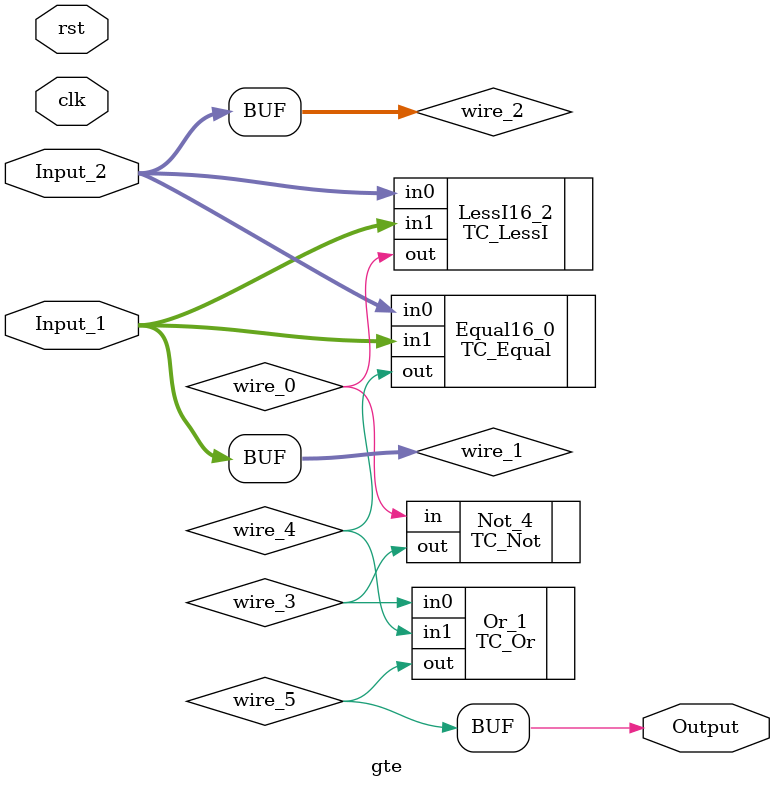
<source format=v>
module gte (clk, rst, Input_1, Input_2, Output);
  parameter UUID = 0;
  parameter NAME = "";
  input wire clk;
  input wire rst;

  input  wire [15:0] Input_1;
  input  wire [15:0] Input_2;
  output  wire [0:0] Output;

  TC_Equal # (.UUID(64'd2937520456405132838 ^ UUID), .BIT_WIDTH(64'd16)) Equal16_0 (.in0(wire_2), .in1(wire_1), .out(wire_4));
  TC_Or # (.UUID(64'd4114019101269620761 ^ UUID), .BIT_WIDTH(64'd1)) Or_1 (.in0(wire_3), .in1(wire_4), .out(wire_5));
  TC_LessI # (.UUID(64'd3686294080427401137 ^ UUID), .BIT_WIDTH(64'd16)) LessI16_2 (.in0(wire_2), .in1(wire_1), .out(wire_0));
  TC_Constant # (.UUID(64'd3233625287895366684 ^ UUID), .BIT_WIDTH(64'd1), .value(1'd0)) Off_3 (.out());
  TC_Not # (.UUID(64'd4487513249047435982 ^ UUID), .BIT_WIDTH(64'd1)) Not_4 (.in(wire_0), .out(wire_3));

  wire [0:0] wire_0;
  wire [15:0] wire_1;
  assign wire_1 = Input_1;
  wire [15:0] wire_2;
  assign wire_2 = Input_2;
  wire [0:0] wire_3;
  wire [0:0] wire_4;
  wire [0:0] wire_5;
  assign Output = wire_5;

endmodule

</source>
